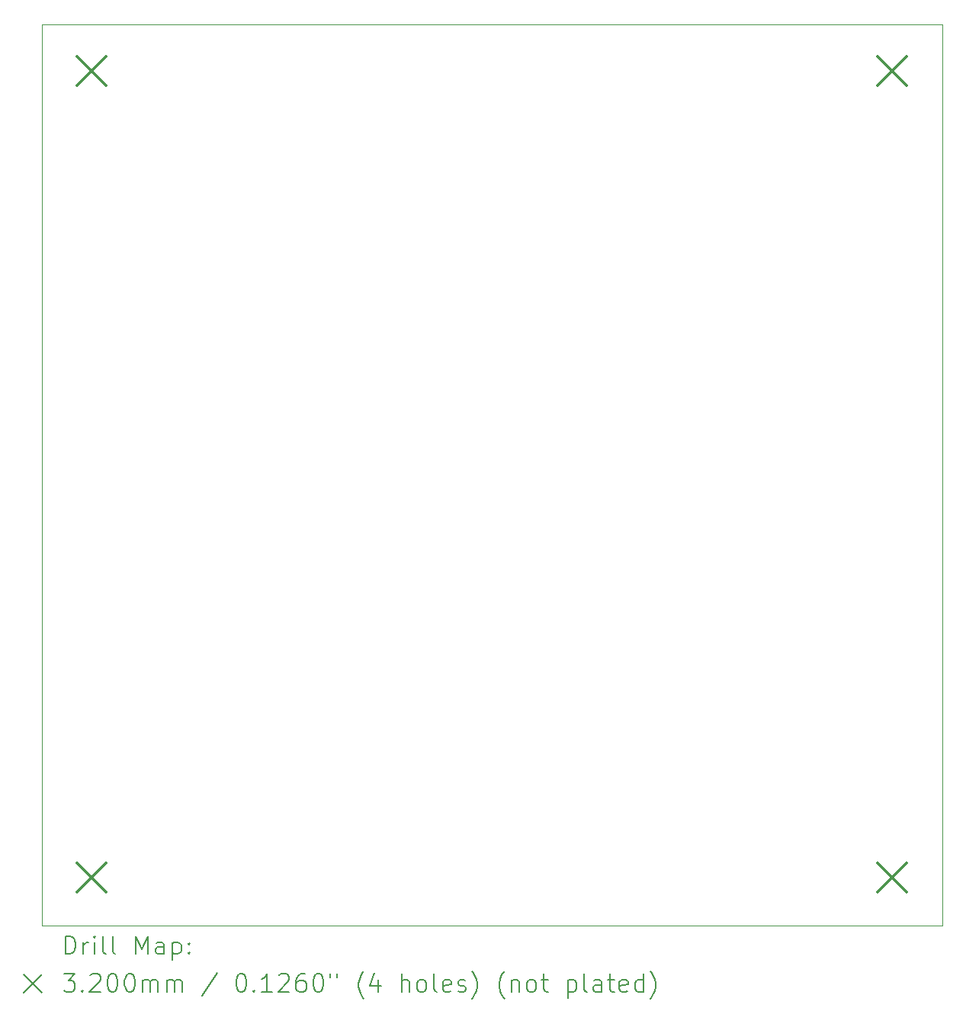
<source format=gbr>
%TF.GenerationSoftware,KiCad,Pcbnew,8.0.2*%
%TF.CreationDate,2024-08-26T11:56:40+09:00*%
%TF.ProjectId,FPGA_Board_v1,46504741-5f42-46f6-9172-645f76312e6b,rev?*%
%TF.SameCoordinates,Original*%
%TF.FileFunction,Drillmap*%
%TF.FilePolarity,Positive*%
%FSLAX45Y45*%
G04 Gerber Fmt 4.5, Leading zero omitted, Abs format (unit mm)*
G04 Created by KiCad (PCBNEW 8.0.2) date 2024-08-26 11:56:40*
%MOMM*%
%LPD*%
G01*
G04 APERTURE LIST*
%ADD10C,0.050000*%
%ADD11C,0.200000*%
%ADD12C,0.320000*%
G04 APERTURE END LIST*
D10*
X10179000Y-3739500D02*
X20179000Y-3739500D01*
X20179000Y-13739500D01*
X10179000Y-13739500D01*
X10179000Y-3739500D01*
D11*
D12*
X10569500Y-4094500D02*
X10889500Y-4414500D01*
X10889500Y-4094500D02*
X10569500Y-4414500D01*
X10569500Y-13048000D02*
X10889500Y-13368000D01*
X10889500Y-13048000D02*
X10569500Y-13368000D01*
X19459500Y-4094500D02*
X19779500Y-4414500D01*
X19779500Y-4094500D02*
X19459500Y-4414500D01*
X19459500Y-13048000D02*
X19779500Y-13368000D01*
X19779500Y-13048000D02*
X19459500Y-13368000D01*
D11*
X10437277Y-14053484D02*
X10437277Y-13853484D01*
X10437277Y-13853484D02*
X10484896Y-13853484D01*
X10484896Y-13853484D02*
X10513467Y-13863008D01*
X10513467Y-13863008D02*
X10532515Y-13882055D01*
X10532515Y-13882055D02*
X10542039Y-13901103D01*
X10542039Y-13901103D02*
X10551563Y-13939198D01*
X10551563Y-13939198D02*
X10551563Y-13967769D01*
X10551563Y-13967769D02*
X10542039Y-14005865D01*
X10542039Y-14005865D02*
X10532515Y-14024912D01*
X10532515Y-14024912D02*
X10513467Y-14043960D01*
X10513467Y-14043960D02*
X10484896Y-14053484D01*
X10484896Y-14053484D02*
X10437277Y-14053484D01*
X10637277Y-14053484D02*
X10637277Y-13920150D01*
X10637277Y-13958246D02*
X10646801Y-13939198D01*
X10646801Y-13939198D02*
X10656324Y-13929674D01*
X10656324Y-13929674D02*
X10675372Y-13920150D01*
X10675372Y-13920150D02*
X10694420Y-13920150D01*
X10761086Y-14053484D02*
X10761086Y-13920150D01*
X10761086Y-13853484D02*
X10751563Y-13863008D01*
X10751563Y-13863008D02*
X10761086Y-13872531D01*
X10761086Y-13872531D02*
X10770610Y-13863008D01*
X10770610Y-13863008D02*
X10761086Y-13853484D01*
X10761086Y-13853484D02*
X10761086Y-13872531D01*
X10884896Y-14053484D02*
X10865848Y-14043960D01*
X10865848Y-14043960D02*
X10856324Y-14024912D01*
X10856324Y-14024912D02*
X10856324Y-13853484D01*
X10989658Y-14053484D02*
X10970610Y-14043960D01*
X10970610Y-14043960D02*
X10961086Y-14024912D01*
X10961086Y-14024912D02*
X10961086Y-13853484D01*
X11218229Y-14053484D02*
X11218229Y-13853484D01*
X11218229Y-13853484D02*
X11284896Y-13996341D01*
X11284896Y-13996341D02*
X11351562Y-13853484D01*
X11351562Y-13853484D02*
X11351562Y-14053484D01*
X11532515Y-14053484D02*
X11532515Y-13948722D01*
X11532515Y-13948722D02*
X11522991Y-13929674D01*
X11522991Y-13929674D02*
X11503943Y-13920150D01*
X11503943Y-13920150D02*
X11465848Y-13920150D01*
X11465848Y-13920150D02*
X11446801Y-13929674D01*
X11532515Y-14043960D02*
X11513467Y-14053484D01*
X11513467Y-14053484D02*
X11465848Y-14053484D01*
X11465848Y-14053484D02*
X11446801Y-14043960D01*
X11446801Y-14043960D02*
X11437277Y-14024912D01*
X11437277Y-14024912D02*
X11437277Y-14005865D01*
X11437277Y-14005865D02*
X11446801Y-13986817D01*
X11446801Y-13986817D02*
X11465848Y-13977293D01*
X11465848Y-13977293D02*
X11513467Y-13977293D01*
X11513467Y-13977293D02*
X11532515Y-13967769D01*
X11627753Y-13920150D02*
X11627753Y-14120150D01*
X11627753Y-13929674D02*
X11646801Y-13920150D01*
X11646801Y-13920150D02*
X11684896Y-13920150D01*
X11684896Y-13920150D02*
X11703943Y-13929674D01*
X11703943Y-13929674D02*
X11713467Y-13939198D01*
X11713467Y-13939198D02*
X11722991Y-13958246D01*
X11722991Y-13958246D02*
X11722991Y-14015388D01*
X11722991Y-14015388D02*
X11713467Y-14034436D01*
X11713467Y-14034436D02*
X11703943Y-14043960D01*
X11703943Y-14043960D02*
X11684896Y-14053484D01*
X11684896Y-14053484D02*
X11646801Y-14053484D01*
X11646801Y-14053484D02*
X11627753Y-14043960D01*
X11808705Y-14034436D02*
X11818229Y-14043960D01*
X11818229Y-14043960D02*
X11808705Y-14053484D01*
X11808705Y-14053484D02*
X11799182Y-14043960D01*
X11799182Y-14043960D02*
X11808705Y-14034436D01*
X11808705Y-14034436D02*
X11808705Y-14053484D01*
X11808705Y-13929674D02*
X11818229Y-13939198D01*
X11818229Y-13939198D02*
X11808705Y-13948722D01*
X11808705Y-13948722D02*
X11799182Y-13939198D01*
X11799182Y-13939198D02*
X11808705Y-13929674D01*
X11808705Y-13929674D02*
X11808705Y-13948722D01*
X9976500Y-14282000D02*
X10176500Y-14482000D01*
X10176500Y-14282000D02*
X9976500Y-14482000D01*
X10418229Y-14273484D02*
X10542039Y-14273484D01*
X10542039Y-14273484D02*
X10475372Y-14349674D01*
X10475372Y-14349674D02*
X10503944Y-14349674D01*
X10503944Y-14349674D02*
X10522991Y-14359198D01*
X10522991Y-14359198D02*
X10532515Y-14368722D01*
X10532515Y-14368722D02*
X10542039Y-14387769D01*
X10542039Y-14387769D02*
X10542039Y-14435388D01*
X10542039Y-14435388D02*
X10532515Y-14454436D01*
X10532515Y-14454436D02*
X10522991Y-14463960D01*
X10522991Y-14463960D02*
X10503944Y-14473484D01*
X10503944Y-14473484D02*
X10446801Y-14473484D01*
X10446801Y-14473484D02*
X10427753Y-14463960D01*
X10427753Y-14463960D02*
X10418229Y-14454436D01*
X10627753Y-14454436D02*
X10637277Y-14463960D01*
X10637277Y-14463960D02*
X10627753Y-14473484D01*
X10627753Y-14473484D02*
X10618229Y-14463960D01*
X10618229Y-14463960D02*
X10627753Y-14454436D01*
X10627753Y-14454436D02*
X10627753Y-14473484D01*
X10713467Y-14292531D02*
X10722991Y-14283008D01*
X10722991Y-14283008D02*
X10742039Y-14273484D01*
X10742039Y-14273484D02*
X10789658Y-14273484D01*
X10789658Y-14273484D02*
X10808705Y-14283008D01*
X10808705Y-14283008D02*
X10818229Y-14292531D01*
X10818229Y-14292531D02*
X10827753Y-14311579D01*
X10827753Y-14311579D02*
X10827753Y-14330627D01*
X10827753Y-14330627D02*
X10818229Y-14359198D01*
X10818229Y-14359198D02*
X10703944Y-14473484D01*
X10703944Y-14473484D02*
X10827753Y-14473484D01*
X10951563Y-14273484D02*
X10970610Y-14273484D01*
X10970610Y-14273484D02*
X10989658Y-14283008D01*
X10989658Y-14283008D02*
X10999182Y-14292531D01*
X10999182Y-14292531D02*
X11008705Y-14311579D01*
X11008705Y-14311579D02*
X11018229Y-14349674D01*
X11018229Y-14349674D02*
X11018229Y-14397293D01*
X11018229Y-14397293D02*
X11008705Y-14435388D01*
X11008705Y-14435388D02*
X10999182Y-14454436D01*
X10999182Y-14454436D02*
X10989658Y-14463960D01*
X10989658Y-14463960D02*
X10970610Y-14473484D01*
X10970610Y-14473484D02*
X10951563Y-14473484D01*
X10951563Y-14473484D02*
X10932515Y-14463960D01*
X10932515Y-14463960D02*
X10922991Y-14454436D01*
X10922991Y-14454436D02*
X10913467Y-14435388D01*
X10913467Y-14435388D02*
X10903944Y-14397293D01*
X10903944Y-14397293D02*
X10903944Y-14349674D01*
X10903944Y-14349674D02*
X10913467Y-14311579D01*
X10913467Y-14311579D02*
X10922991Y-14292531D01*
X10922991Y-14292531D02*
X10932515Y-14283008D01*
X10932515Y-14283008D02*
X10951563Y-14273484D01*
X11142039Y-14273484D02*
X11161086Y-14273484D01*
X11161086Y-14273484D02*
X11180134Y-14283008D01*
X11180134Y-14283008D02*
X11189658Y-14292531D01*
X11189658Y-14292531D02*
X11199182Y-14311579D01*
X11199182Y-14311579D02*
X11208705Y-14349674D01*
X11208705Y-14349674D02*
X11208705Y-14397293D01*
X11208705Y-14397293D02*
X11199182Y-14435388D01*
X11199182Y-14435388D02*
X11189658Y-14454436D01*
X11189658Y-14454436D02*
X11180134Y-14463960D01*
X11180134Y-14463960D02*
X11161086Y-14473484D01*
X11161086Y-14473484D02*
X11142039Y-14473484D01*
X11142039Y-14473484D02*
X11122991Y-14463960D01*
X11122991Y-14463960D02*
X11113467Y-14454436D01*
X11113467Y-14454436D02*
X11103944Y-14435388D01*
X11103944Y-14435388D02*
X11094420Y-14397293D01*
X11094420Y-14397293D02*
X11094420Y-14349674D01*
X11094420Y-14349674D02*
X11103944Y-14311579D01*
X11103944Y-14311579D02*
X11113467Y-14292531D01*
X11113467Y-14292531D02*
X11122991Y-14283008D01*
X11122991Y-14283008D02*
X11142039Y-14273484D01*
X11294420Y-14473484D02*
X11294420Y-14340150D01*
X11294420Y-14359198D02*
X11303943Y-14349674D01*
X11303943Y-14349674D02*
X11322991Y-14340150D01*
X11322991Y-14340150D02*
X11351563Y-14340150D01*
X11351563Y-14340150D02*
X11370610Y-14349674D01*
X11370610Y-14349674D02*
X11380134Y-14368722D01*
X11380134Y-14368722D02*
X11380134Y-14473484D01*
X11380134Y-14368722D02*
X11389658Y-14349674D01*
X11389658Y-14349674D02*
X11408705Y-14340150D01*
X11408705Y-14340150D02*
X11437277Y-14340150D01*
X11437277Y-14340150D02*
X11456324Y-14349674D01*
X11456324Y-14349674D02*
X11465848Y-14368722D01*
X11465848Y-14368722D02*
X11465848Y-14473484D01*
X11561086Y-14473484D02*
X11561086Y-14340150D01*
X11561086Y-14359198D02*
X11570610Y-14349674D01*
X11570610Y-14349674D02*
X11589658Y-14340150D01*
X11589658Y-14340150D02*
X11618229Y-14340150D01*
X11618229Y-14340150D02*
X11637277Y-14349674D01*
X11637277Y-14349674D02*
X11646801Y-14368722D01*
X11646801Y-14368722D02*
X11646801Y-14473484D01*
X11646801Y-14368722D02*
X11656324Y-14349674D01*
X11656324Y-14349674D02*
X11675372Y-14340150D01*
X11675372Y-14340150D02*
X11703943Y-14340150D01*
X11703943Y-14340150D02*
X11722991Y-14349674D01*
X11722991Y-14349674D02*
X11732515Y-14368722D01*
X11732515Y-14368722D02*
X11732515Y-14473484D01*
X12122991Y-14263960D02*
X11951563Y-14521103D01*
X12380134Y-14273484D02*
X12399182Y-14273484D01*
X12399182Y-14273484D02*
X12418229Y-14283008D01*
X12418229Y-14283008D02*
X12427753Y-14292531D01*
X12427753Y-14292531D02*
X12437277Y-14311579D01*
X12437277Y-14311579D02*
X12446801Y-14349674D01*
X12446801Y-14349674D02*
X12446801Y-14397293D01*
X12446801Y-14397293D02*
X12437277Y-14435388D01*
X12437277Y-14435388D02*
X12427753Y-14454436D01*
X12427753Y-14454436D02*
X12418229Y-14463960D01*
X12418229Y-14463960D02*
X12399182Y-14473484D01*
X12399182Y-14473484D02*
X12380134Y-14473484D01*
X12380134Y-14473484D02*
X12361086Y-14463960D01*
X12361086Y-14463960D02*
X12351563Y-14454436D01*
X12351563Y-14454436D02*
X12342039Y-14435388D01*
X12342039Y-14435388D02*
X12332515Y-14397293D01*
X12332515Y-14397293D02*
X12332515Y-14349674D01*
X12332515Y-14349674D02*
X12342039Y-14311579D01*
X12342039Y-14311579D02*
X12351563Y-14292531D01*
X12351563Y-14292531D02*
X12361086Y-14283008D01*
X12361086Y-14283008D02*
X12380134Y-14273484D01*
X12532515Y-14454436D02*
X12542039Y-14463960D01*
X12542039Y-14463960D02*
X12532515Y-14473484D01*
X12532515Y-14473484D02*
X12522991Y-14463960D01*
X12522991Y-14463960D02*
X12532515Y-14454436D01*
X12532515Y-14454436D02*
X12532515Y-14473484D01*
X12732515Y-14473484D02*
X12618229Y-14473484D01*
X12675372Y-14473484D02*
X12675372Y-14273484D01*
X12675372Y-14273484D02*
X12656325Y-14302055D01*
X12656325Y-14302055D02*
X12637277Y-14321103D01*
X12637277Y-14321103D02*
X12618229Y-14330627D01*
X12808706Y-14292531D02*
X12818229Y-14283008D01*
X12818229Y-14283008D02*
X12837277Y-14273484D01*
X12837277Y-14273484D02*
X12884896Y-14273484D01*
X12884896Y-14273484D02*
X12903944Y-14283008D01*
X12903944Y-14283008D02*
X12913467Y-14292531D01*
X12913467Y-14292531D02*
X12922991Y-14311579D01*
X12922991Y-14311579D02*
X12922991Y-14330627D01*
X12922991Y-14330627D02*
X12913467Y-14359198D01*
X12913467Y-14359198D02*
X12799182Y-14473484D01*
X12799182Y-14473484D02*
X12922991Y-14473484D01*
X13094420Y-14273484D02*
X13056325Y-14273484D01*
X13056325Y-14273484D02*
X13037277Y-14283008D01*
X13037277Y-14283008D02*
X13027753Y-14292531D01*
X13027753Y-14292531D02*
X13008706Y-14321103D01*
X13008706Y-14321103D02*
X12999182Y-14359198D01*
X12999182Y-14359198D02*
X12999182Y-14435388D01*
X12999182Y-14435388D02*
X13008706Y-14454436D01*
X13008706Y-14454436D02*
X13018229Y-14463960D01*
X13018229Y-14463960D02*
X13037277Y-14473484D01*
X13037277Y-14473484D02*
X13075372Y-14473484D01*
X13075372Y-14473484D02*
X13094420Y-14463960D01*
X13094420Y-14463960D02*
X13103944Y-14454436D01*
X13103944Y-14454436D02*
X13113467Y-14435388D01*
X13113467Y-14435388D02*
X13113467Y-14387769D01*
X13113467Y-14387769D02*
X13103944Y-14368722D01*
X13103944Y-14368722D02*
X13094420Y-14359198D01*
X13094420Y-14359198D02*
X13075372Y-14349674D01*
X13075372Y-14349674D02*
X13037277Y-14349674D01*
X13037277Y-14349674D02*
X13018229Y-14359198D01*
X13018229Y-14359198D02*
X13008706Y-14368722D01*
X13008706Y-14368722D02*
X12999182Y-14387769D01*
X13237277Y-14273484D02*
X13256325Y-14273484D01*
X13256325Y-14273484D02*
X13275372Y-14283008D01*
X13275372Y-14283008D02*
X13284896Y-14292531D01*
X13284896Y-14292531D02*
X13294420Y-14311579D01*
X13294420Y-14311579D02*
X13303944Y-14349674D01*
X13303944Y-14349674D02*
X13303944Y-14397293D01*
X13303944Y-14397293D02*
X13294420Y-14435388D01*
X13294420Y-14435388D02*
X13284896Y-14454436D01*
X13284896Y-14454436D02*
X13275372Y-14463960D01*
X13275372Y-14463960D02*
X13256325Y-14473484D01*
X13256325Y-14473484D02*
X13237277Y-14473484D01*
X13237277Y-14473484D02*
X13218229Y-14463960D01*
X13218229Y-14463960D02*
X13208706Y-14454436D01*
X13208706Y-14454436D02*
X13199182Y-14435388D01*
X13199182Y-14435388D02*
X13189658Y-14397293D01*
X13189658Y-14397293D02*
X13189658Y-14349674D01*
X13189658Y-14349674D02*
X13199182Y-14311579D01*
X13199182Y-14311579D02*
X13208706Y-14292531D01*
X13208706Y-14292531D02*
X13218229Y-14283008D01*
X13218229Y-14283008D02*
X13237277Y-14273484D01*
X13380134Y-14273484D02*
X13380134Y-14311579D01*
X13456325Y-14273484D02*
X13456325Y-14311579D01*
X13751563Y-14549674D02*
X13742039Y-14540150D01*
X13742039Y-14540150D02*
X13722991Y-14511579D01*
X13722991Y-14511579D02*
X13713468Y-14492531D01*
X13713468Y-14492531D02*
X13703944Y-14463960D01*
X13703944Y-14463960D02*
X13694420Y-14416341D01*
X13694420Y-14416341D02*
X13694420Y-14378246D01*
X13694420Y-14378246D02*
X13703944Y-14330627D01*
X13703944Y-14330627D02*
X13713468Y-14302055D01*
X13713468Y-14302055D02*
X13722991Y-14283008D01*
X13722991Y-14283008D02*
X13742039Y-14254436D01*
X13742039Y-14254436D02*
X13751563Y-14244912D01*
X13913468Y-14340150D02*
X13913468Y-14473484D01*
X13865848Y-14263960D02*
X13818229Y-14406817D01*
X13818229Y-14406817D02*
X13942039Y-14406817D01*
X14170610Y-14473484D02*
X14170610Y-14273484D01*
X14256325Y-14473484D02*
X14256325Y-14368722D01*
X14256325Y-14368722D02*
X14246801Y-14349674D01*
X14246801Y-14349674D02*
X14227753Y-14340150D01*
X14227753Y-14340150D02*
X14199182Y-14340150D01*
X14199182Y-14340150D02*
X14180134Y-14349674D01*
X14180134Y-14349674D02*
X14170610Y-14359198D01*
X14380134Y-14473484D02*
X14361087Y-14463960D01*
X14361087Y-14463960D02*
X14351563Y-14454436D01*
X14351563Y-14454436D02*
X14342039Y-14435388D01*
X14342039Y-14435388D02*
X14342039Y-14378246D01*
X14342039Y-14378246D02*
X14351563Y-14359198D01*
X14351563Y-14359198D02*
X14361087Y-14349674D01*
X14361087Y-14349674D02*
X14380134Y-14340150D01*
X14380134Y-14340150D02*
X14408706Y-14340150D01*
X14408706Y-14340150D02*
X14427753Y-14349674D01*
X14427753Y-14349674D02*
X14437277Y-14359198D01*
X14437277Y-14359198D02*
X14446801Y-14378246D01*
X14446801Y-14378246D02*
X14446801Y-14435388D01*
X14446801Y-14435388D02*
X14437277Y-14454436D01*
X14437277Y-14454436D02*
X14427753Y-14463960D01*
X14427753Y-14463960D02*
X14408706Y-14473484D01*
X14408706Y-14473484D02*
X14380134Y-14473484D01*
X14561087Y-14473484D02*
X14542039Y-14463960D01*
X14542039Y-14463960D02*
X14532515Y-14444912D01*
X14532515Y-14444912D02*
X14532515Y-14273484D01*
X14713468Y-14463960D02*
X14694420Y-14473484D01*
X14694420Y-14473484D02*
X14656325Y-14473484D01*
X14656325Y-14473484D02*
X14637277Y-14463960D01*
X14637277Y-14463960D02*
X14627753Y-14444912D01*
X14627753Y-14444912D02*
X14627753Y-14368722D01*
X14627753Y-14368722D02*
X14637277Y-14349674D01*
X14637277Y-14349674D02*
X14656325Y-14340150D01*
X14656325Y-14340150D02*
X14694420Y-14340150D01*
X14694420Y-14340150D02*
X14713468Y-14349674D01*
X14713468Y-14349674D02*
X14722991Y-14368722D01*
X14722991Y-14368722D02*
X14722991Y-14387769D01*
X14722991Y-14387769D02*
X14627753Y-14406817D01*
X14799182Y-14463960D02*
X14818230Y-14473484D01*
X14818230Y-14473484D02*
X14856325Y-14473484D01*
X14856325Y-14473484D02*
X14875372Y-14463960D01*
X14875372Y-14463960D02*
X14884896Y-14444912D01*
X14884896Y-14444912D02*
X14884896Y-14435388D01*
X14884896Y-14435388D02*
X14875372Y-14416341D01*
X14875372Y-14416341D02*
X14856325Y-14406817D01*
X14856325Y-14406817D02*
X14827753Y-14406817D01*
X14827753Y-14406817D02*
X14808706Y-14397293D01*
X14808706Y-14397293D02*
X14799182Y-14378246D01*
X14799182Y-14378246D02*
X14799182Y-14368722D01*
X14799182Y-14368722D02*
X14808706Y-14349674D01*
X14808706Y-14349674D02*
X14827753Y-14340150D01*
X14827753Y-14340150D02*
X14856325Y-14340150D01*
X14856325Y-14340150D02*
X14875372Y-14349674D01*
X14951563Y-14549674D02*
X14961087Y-14540150D01*
X14961087Y-14540150D02*
X14980134Y-14511579D01*
X14980134Y-14511579D02*
X14989658Y-14492531D01*
X14989658Y-14492531D02*
X14999182Y-14463960D01*
X14999182Y-14463960D02*
X15008706Y-14416341D01*
X15008706Y-14416341D02*
X15008706Y-14378246D01*
X15008706Y-14378246D02*
X14999182Y-14330627D01*
X14999182Y-14330627D02*
X14989658Y-14302055D01*
X14989658Y-14302055D02*
X14980134Y-14283008D01*
X14980134Y-14283008D02*
X14961087Y-14254436D01*
X14961087Y-14254436D02*
X14951563Y-14244912D01*
X15313468Y-14549674D02*
X15303944Y-14540150D01*
X15303944Y-14540150D02*
X15284896Y-14511579D01*
X15284896Y-14511579D02*
X15275372Y-14492531D01*
X15275372Y-14492531D02*
X15265849Y-14463960D01*
X15265849Y-14463960D02*
X15256325Y-14416341D01*
X15256325Y-14416341D02*
X15256325Y-14378246D01*
X15256325Y-14378246D02*
X15265849Y-14330627D01*
X15265849Y-14330627D02*
X15275372Y-14302055D01*
X15275372Y-14302055D02*
X15284896Y-14283008D01*
X15284896Y-14283008D02*
X15303944Y-14254436D01*
X15303944Y-14254436D02*
X15313468Y-14244912D01*
X15389658Y-14340150D02*
X15389658Y-14473484D01*
X15389658Y-14359198D02*
X15399182Y-14349674D01*
X15399182Y-14349674D02*
X15418230Y-14340150D01*
X15418230Y-14340150D02*
X15446801Y-14340150D01*
X15446801Y-14340150D02*
X15465849Y-14349674D01*
X15465849Y-14349674D02*
X15475372Y-14368722D01*
X15475372Y-14368722D02*
X15475372Y-14473484D01*
X15599182Y-14473484D02*
X15580134Y-14463960D01*
X15580134Y-14463960D02*
X15570611Y-14454436D01*
X15570611Y-14454436D02*
X15561087Y-14435388D01*
X15561087Y-14435388D02*
X15561087Y-14378246D01*
X15561087Y-14378246D02*
X15570611Y-14359198D01*
X15570611Y-14359198D02*
X15580134Y-14349674D01*
X15580134Y-14349674D02*
X15599182Y-14340150D01*
X15599182Y-14340150D02*
X15627753Y-14340150D01*
X15627753Y-14340150D02*
X15646801Y-14349674D01*
X15646801Y-14349674D02*
X15656325Y-14359198D01*
X15656325Y-14359198D02*
X15665849Y-14378246D01*
X15665849Y-14378246D02*
X15665849Y-14435388D01*
X15665849Y-14435388D02*
X15656325Y-14454436D01*
X15656325Y-14454436D02*
X15646801Y-14463960D01*
X15646801Y-14463960D02*
X15627753Y-14473484D01*
X15627753Y-14473484D02*
X15599182Y-14473484D01*
X15722992Y-14340150D02*
X15799182Y-14340150D01*
X15751563Y-14273484D02*
X15751563Y-14444912D01*
X15751563Y-14444912D02*
X15761087Y-14463960D01*
X15761087Y-14463960D02*
X15780134Y-14473484D01*
X15780134Y-14473484D02*
X15799182Y-14473484D01*
X16018230Y-14340150D02*
X16018230Y-14540150D01*
X16018230Y-14349674D02*
X16037277Y-14340150D01*
X16037277Y-14340150D02*
X16075373Y-14340150D01*
X16075373Y-14340150D02*
X16094420Y-14349674D01*
X16094420Y-14349674D02*
X16103944Y-14359198D01*
X16103944Y-14359198D02*
X16113468Y-14378246D01*
X16113468Y-14378246D02*
X16113468Y-14435388D01*
X16113468Y-14435388D02*
X16103944Y-14454436D01*
X16103944Y-14454436D02*
X16094420Y-14463960D01*
X16094420Y-14463960D02*
X16075373Y-14473484D01*
X16075373Y-14473484D02*
X16037277Y-14473484D01*
X16037277Y-14473484D02*
X16018230Y-14463960D01*
X16227753Y-14473484D02*
X16208706Y-14463960D01*
X16208706Y-14463960D02*
X16199182Y-14444912D01*
X16199182Y-14444912D02*
X16199182Y-14273484D01*
X16389658Y-14473484D02*
X16389658Y-14368722D01*
X16389658Y-14368722D02*
X16380134Y-14349674D01*
X16380134Y-14349674D02*
X16361087Y-14340150D01*
X16361087Y-14340150D02*
X16322992Y-14340150D01*
X16322992Y-14340150D02*
X16303944Y-14349674D01*
X16389658Y-14463960D02*
X16370611Y-14473484D01*
X16370611Y-14473484D02*
X16322992Y-14473484D01*
X16322992Y-14473484D02*
X16303944Y-14463960D01*
X16303944Y-14463960D02*
X16294420Y-14444912D01*
X16294420Y-14444912D02*
X16294420Y-14425865D01*
X16294420Y-14425865D02*
X16303944Y-14406817D01*
X16303944Y-14406817D02*
X16322992Y-14397293D01*
X16322992Y-14397293D02*
X16370611Y-14397293D01*
X16370611Y-14397293D02*
X16389658Y-14387769D01*
X16456325Y-14340150D02*
X16532515Y-14340150D01*
X16484896Y-14273484D02*
X16484896Y-14444912D01*
X16484896Y-14444912D02*
X16494420Y-14463960D01*
X16494420Y-14463960D02*
X16513468Y-14473484D01*
X16513468Y-14473484D02*
X16532515Y-14473484D01*
X16675373Y-14463960D02*
X16656325Y-14473484D01*
X16656325Y-14473484D02*
X16618230Y-14473484D01*
X16618230Y-14473484D02*
X16599182Y-14463960D01*
X16599182Y-14463960D02*
X16589658Y-14444912D01*
X16589658Y-14444912D02*
X16589658Y-14368722D01*
X16589658Y-14368722D02*
X16599182Y-14349674D01*
X16599182Y-14349674D02*
X16618230Y-14340150D01*
X16618230Y-14340150D02*
X16656325Y-14340150D01*
X16656325Y-14340150D02*
X16675373Y-14349674D01*
X16675373Y-14349674D02*
X16684896Y-14368722D01*
X16684896Y-14368722D02*
X16684896Y-14387769D01*
X16684896Y-14387769D02*
X16589658Y-14406817D01*
X16856325Y-14473484D02*
X16856325Y-14273484D01*
X16856325Y-14463960D02*
X16837277Y-14473484D01*
X16837277Y-14473484D02*
X16799182Y-14473484D01*
X16799182Y-14473484D02*
X16780135Y-14463960D01*
X16780135Y-14463960D02*
X16770611Y-14454436D01*
X16770611Y-14454436D02*
X16761087Y-14435388D01*
X16761087Y-14435388D02*
X16761087Y-14378246D01*
X16761087Y-14378246D02*
X16770611Y-14359198D01*
X16770611Y-14359198D02*
X16780135Y-14349674D01*
X16780135Y-14349674D02*
X16799182Y-14340150D01*
X16799182Y-14340150D02*
X16837277Y-14340150D01*
X16837277Y-14340150D02*
X16856325Y-14349674D01*
X16932516Y-14549674D02*
X16942039Y-14540150D01*
X16942039Y-14540150D02*
X16961087Y-14511579D01*
X16961087Y-14511579D02*
X16970611Y-14492531D01*
X16970611Y-14492531D02*
X16980135Y-14463960D01*
X16980135Y-14463960D02*
X16989658Y-14416341D01*
X16989658Y-14416341D02*
X16989658Y-14378246D01*
X16989658Y-14378246D02*
X16980135Y-14330627D01*
X16980135Y-14330627D02*
X16970611Y-14302055D01*
X16970611Y-14302055D02*
X16961087Y-14283008D01*
X16961087Y-14283008D02*
X16942039Y-14254436D01*
X16942039Y-14254436D02*
X16932516Y-14244912D01*
M02*

</source>
